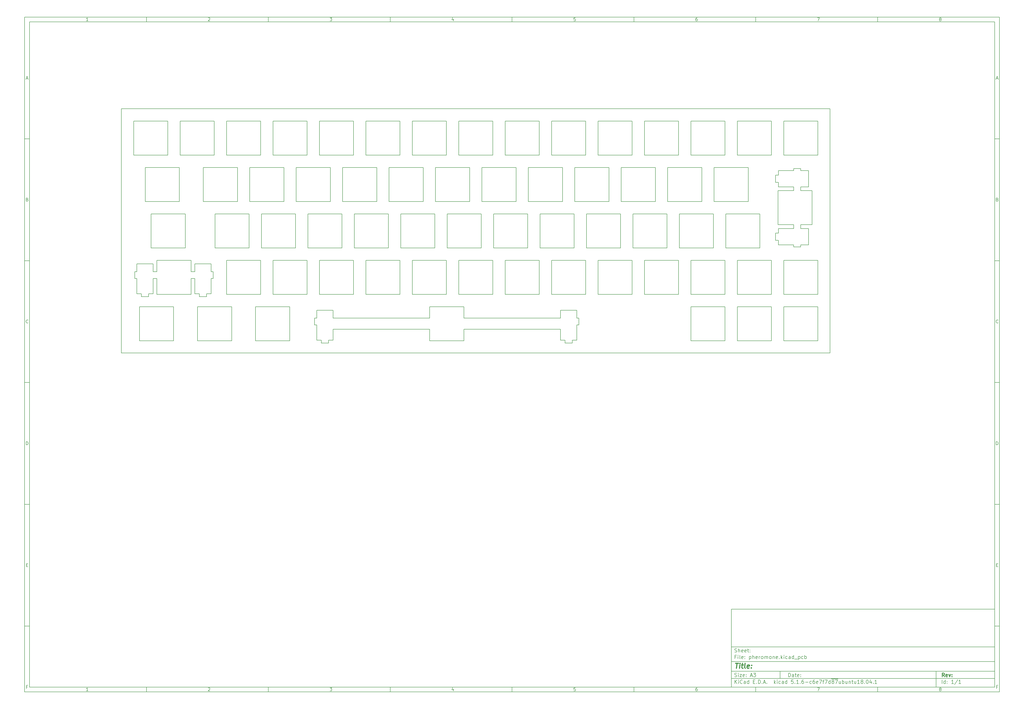
<source format=gbr>
G04 #@! TF.GenerationSoftware,KiCad,Pcbnew,5.1.6-c6e7f7d~87~ubuntu18.04.1*
G04 #@! TF.CreationDate,2020-08-29T00:17:55+02:00*
G04 #@! TF.ProjectId,pheromone,70686572-6f6d-46f6-9e65-2e6b69636164,rev?*
G04 #@! TF.SameCoordinates,Original*
G04 #@! TF.FileFunction,Other,Comment*
%FSLAX46Y46*%
G04 Gerber Fmt 4.6, Leading zero omitted, Abs format (unit mm)*
G04 Created by KiCad (PCBNEW 5.1.6-c6e7f7d~87~ubuntu18.04.1) date 2020-08-29 00:17:55*
%MOMM*%
%LPD*%
G01*
G04 APERTURE LIST*
%ADD10C,0.100000*%
%ADD11C,0.150000*%
%ADD12C,0.300000*%
%ADD13C,0.400000*%
%ADD14C,0.200000*%
G04 APERTURE END LIST*
D10*
D11*
X299989000Y-253002200D02*
X299989000Y-285002200D01*
X407989000Y-285002200D01*
X407989000Y-253002200D01*
X299989000Y-253002200D01*
D10*
D11*
X10000000Y-10000000D02*
X10000000Y-287002200D01*
X409989000Y-287002200D01*
X409989000Y-10000000D01*
X10000000Y-10000000D01*
D10*
D11*
X12000000Y-12000000D02*
X12000000Y-285002200D01*
X407989000Y-285002200D01*
X407989000Y-12000000D01*
X12000000Y-12000000D01*
D10*
D11*
X60000000Y-12000000D02*
X60000000Y-10000000D01*
D10*
D11*
X110000000Y-12000000D02*
X110000000Y-10000000D01*
D10*
D11*
X160000000Y-12000000D02*
X160000000Y-10000000D01*
D10*
D11*
X210000000Y-12000000D02*
X210000000Y-10000000D01*
D10*
D11*
X260000000Y-12000000D02*
X260000000Y-10000000D01*
D10*
D11*
X310000000Y-12000000D02*
X310000000Y-10000000D01*
D10*
D11*
X360000000Y-12000000D02*
X360000000Y-10000000D01*
D10*
D11*
X36065476Y-11588095D02*
X35322619Y-11588095D01*
X35694047Y-11588095D02*
X35694047Y-10288095D01*
X35570238Y-10473809D01*
X35446428Y-10597619D01*
X35322619Y-10659523D01*
D10*
D11*
X85322619Y-10411904D02*
X85384523Y-10350000D01*
X85508333Y-10288095D01*
X85817857Y-10288095D01*
X85941666Y-10350000D01*
X86003571Y-10411904D01*
X86065476Y-10535714D01*
X86065476Y-10659523D01*
X86003571Y-10845238D01*
X85260714Y-11588095D01*
X86065476Y-11588095D01*
D10*
D11*
X135260714Y-10288095D02*
X136065476Y-10288095D01*
X135632142Y-10783333D01*
X135817857Y-10783333D01*
X135941666Y-10845238D01*
X136003571Y-10907142D01*
X136065476Y-11030952D01*
X136065476Y-11340476D01*
X136003571Y-11464285D01*
X135941666Y-11526190D01*
X135817857Y-11588095D01*
X135446428Y-11588095D01*
X135322619Y-11526190D01*
X135260714Y-11464285D01*
D10*
D11*
X185941666Y-10721428D02*
X185941666Y-11588095D01*
X185632142Y-10226190D02*
X185322619Y-11154761D01*
X186127380Y-11154761D01*
D10*
D11*
X236003571Y-10288095D02*
X235384523Y-10288095D01*
X235322619Y-10907142D01*
X235384523Y-10845238D01*
X235508333Y-10783333D01*
X235817857Y-10783333D01*
X235941666Y-10845238D01*
X236003571Y-10907142D01*
X236065476Y-11030952D01*
X236065476Y-11340476D01*
X236003571Y-11464285D01*
X235941666Y-11526190D01*
X235817857Y-11588095D01*
X235508333Y-11588095D01*
X235384523Y-11526190D01*
X235322619Y-11464285D01*
D10*
D11*
X285941666Y-10288095D02*
X285694047Y-10288095D01*
X285570238Y-10350000D01*
X285508333Y-10411904D01*
X285384523Y-10597619D01*
X285322619Y-10845238D01*
X285322619Y-11340476D01*
X285384523Y-11464285D01*
X285446428Y-11526190D01*
X285570238Y-11588095D01*
X285817857Y-11588095D01*
X285941666Y-11526190D01*
X286003571Y-11464285D01*
X286065476Y-11340476D01*
X286065476Y-11030952D01*
X286003571Y-10907142D01*
X285941666Y-10845238D01*
X285817857Y-10783333D01*
X285570238Y-10783333D01*
X285446428Y-10845238D01*
X285384523Y-10907142D01*
X285322619Y-11030952D01*
D10*
D11*
X335260714Y-10288095D02*
X336127380Y-10288095D01*
X335570238Y-11588095D01*
D10*
D11*
X385570238Y-10845238D02*
X385446428Y-10783333D01*
X385384523Y-10721428D01*
X385322619Y-10597619D01*
X385322619Y-10535714D01*
X385384523Y-10411904D01*
X385446428Y-10350000D01*
X385570238Y-10288095D01*
X385817857Y-10288095D01*
X385941666Y-10350000D01*
X386003571Y-10411904D01*
X386065476Y-10535714D01*
X386065476Y-10597619D01*
X386003571Y-10721428D01*
X385941666Y-10783333D01*
X385817857Y-10845238D01*
X385570238Y-10845238D01*
X385446428Y-10907142D01*
X385384523Y-10969047D01*
X385322619Y-11092857D01*
X385322619Y-11340476D01*
X385384523Y-11464285D01*
X385446428Y-11526190D01*
X385570238Y-11588095D01*
X385817857Y-11588095D01*
X385941666Y-11526190D01*
X386003571Y-11464285D01*
X386065476Y-11340476D01*
X386065476Y-11092857D01*
X386003571Y-10969047D01*
X385941666Y-10907142D01*
X385817857Y-10845238D01*
D10*
D11*
X60000000Y-285002200D02*
X60000000Y-287002200D01*
D10*
D11*
X110000000Y-285002200D02*
X110000000Y-287002200D01*
D10*
D11*
X160000000Y-285002200D02*
X160000000Y-287002200D01*
D10*
D11*
X210000000Y-285002200D02*
X210000000Y-287002200D01*
D10*
D11*
X260000000Y-285002200D02*
X260000000Y-287002200D01*
D10*
D11*
X310000000Y-285002200D02*
X310000000Y-287002200D01*
D10*
D11*
X360000000Y-285002200D02*
X360000000Y-287002200D01*
D10*
D11*
X36065476Y-286590295D02*
X35322619Y-286590295D01*
X35694047Y-286590295D02*
X35694047Y-285290295D01*
X35570238Y-285476009D01*
X35446428Y-285599819D01*
X35322619Y-285661723D01*
D10*
D11*
X85322619Y-285414104D02*
X85384523Y-285352200D01*
X85508333Y-285290295D01*
X85817857Y-285290295D01*
X85941666Y-285352200D01*
X86003571Y-285414104D01*
X86065476Y-285537914D01*
X86065476Y-285661723D01*
X86003571Y-285847438D01*
X85260714Y-286590295D01*
X86065476Y-286590295D01*
D10*
D11*
X135260714Y-285290295D02*
X136065476Y-285290295D01*
X135632142Y-285785533D01*
X135817857Y-285785533D01*
X135941666Y-285847438D01*
X136003571Y-285909342D01*
X136065476Y-286033152D01*
X136065476Y-286342676D01*
X136003571Y-286466485D01*
X135941666Y-286528390D01*
X135817857Y-286590295D01*
X135446428Y-286590295D01*
X135322619Y-286528390D01*
X135260714Y-286466485D01*
D10*
D11*
X185941666Y-285723628D02*
X185941666Y-286590295D01*
X185632142Y-285228390D02*
X185322619Y-286156961D01*
X186127380Y-286156961D01*
D10*
D11*
X236003571Y-285290295D02*
X235384523Y-285290295D01*
X235322619Y-285909342D01*
X235384523Y-285847438D01*
X235508333Y-285785533D01*
X235817857Y-285785533D01*
X235941666Y-285847438D01*
X236003571Y-285909342D01*
X236065476Y-286033152D01*
X236065476Y-286342676D01*
X236003571Y-286466485D01*
X235941666Y-286528390D01*
X235817857Y-286590295D01*
X235508333Y-286590295D01*
X235384523Y-286528390D01*
X235322619Y-286466485D01*
D10*
D11*
X285941666Y-285290295D02*
X285694047Y-285290295D01*
X285570238Y-285352200D01*
X285508333Y-285414104D01*
X285384523Y-285599819D01*
X285322619Y-285847438D01*
X285322619Y-286342676D01*
X285384523Y-286466485D01*
X285446428Y-286528390D01*
X285570238Y-286590295D01*
X285817857Y-286590295D01*
X285941666Y-286528390D01*
X286003571Y-286466485D01*
X286065476Y-286342676D01*
X286065476Y-286033152D01*
X286003571Y-285909342D01*
X285941666Y-285847438D01*
X285817857Y-285785533D01*
X285570238Y-285785533D01*
X285446428Y-285847438D01*
X285384523Y-285909342D01*
X285322619Y-286033152D01*
D10*
D11*
X335260714Y-285290295D02*
X336127380Y-285290295D01*
X335570238Y-286590295D01*
D10*
D11*
X385570238Y-285847438D02*
X385446428Y-285785533D01*
X385384523Y-285723628D01*
X385322619Y-285599819D01*
X385322619Y-285537914D01*
X385384523Y-285414104D01*
X385446428Y-285352200D01*
X385570238Y-285290295D01*
X385817857Y-285290295D01*
X385941666Y-285352200D01*
X386003571Y-285414104D01*
X386065476Y-285537914D01*
X386065476Y-285599819D01*
X386003571Y-285723628D01*
X385941666Y-285785533D01*
X385817857Y-285847438D01*
X385570238Y-285847438D01*
X385446428Y-285909342D01*
X385384523Y-285971247D01*
X385322619Y-286095057D01*
X385322619Y-286342676D01*
X385384523Y-286466485D01*
X385446428Y-286528390D01*
X385570238Y-286590295D01*
X385817857Y-286590295D01*
X385941666Y-286528390D01*
X386003571Y-286466485D01*
X386065476Y-286342676D01*
X386065476Y-286095057D01*
X386003571Y-285971247D01*
X385941666Y-285909342D01*
X385817857Y-285847438D01*
D10*
D11*
X10000000Y-60000000D02*
X12000000Y-60000000D01*
D10*
D11*
X10000000Y-110000000D02*
X12000000Y-110000000D01*
D10*
D11*
X10000000Y-160000000D02*
X12000000Y-160000000D01*
D10*
D11*
X10000000Y-210000000D02*
X12000000Y-210000000D01*
D10*
D11*
X10000000Y-260000000D02*
X12000000Y-260000000D01*
D10*
D11*
X10690476Y-35216666D02*
X11309523Y-35216666D01*
X10566666Y-35588095D02*
X11000000Y-34288095D01*
X11433333Y-35588095D01*
D10*
D11*
X11092857Y-84907142D02*
X11278571Y-84969047D01*
X11340476Y-85030952D01*
X11402380Y-85154761D01*
X11402380Y-85340476D01*
X11340476Y-85464285D01*
X11278571Y-85526190D01*
X11154761Y-85588095D01*
X10659523Y-85588095D01*
X10659523Y-84288095D01*
X11092857Y-84288095D01*
X11216666Y-84350000D01*
X11278571Y-84411904D01*
X11340476Y-84535714D01*
X11340476Y-84659523D01*
X11278571Y-84783333D01*
X11216666Y-84845238D01*
X11092857Y-84907142D01*
X10659523Y-84907142D01*
D10*
D11*
X11402380Y-135464285D02*
X11340476Y-135526190D01*
X11154761Y-135588095D01*
X11030952Y-135588095D01*
X10845238Y-135526190D01*
X10721428Y-135402380D01*
X10659523Y-135278571D01*
X10597619Y-135030952D01*
X10597619Y-134845238D01*
X10659523Y-134597619D01*
X10721428Y-134473809D01*
X10845238Y-134350000D01*
X11030952Y-134288095D01*
X11154761Y-134288095D01*
X11340476Y-134350000D01*
X11402380Y-134411904D01*
D10*
D11*
X10659523Y-185588095D02*
X10659523Y-184288095D01*
X10969047Y-184288095D01*
X11154761Y-184350000D01*
X11278571Y-184473809D01*
X11340476Y-184597619D01*
X11402380Y-184845238D01*
X11402380Y-185030952D01*
X11340476Y-185278571D01*
X11278571Y-185402380D01*
X11154761Y-185526190D01*
X10969047Y-185588095D01*
X10659523Y-185588095D01*
D10*
D11*
X10721428Y-234907142D02*
X11154761Y-234907142D01*
X11340476Y-235588095D02*
X10721428Y-235588095D01*
X10721428Y-234288095D01*
X11340476Y-234288095D01*
D10*
D11*
X11185714Y-284907142D02*
X10752380Y-284907142D01*
X10752380Y-285588095D02*
X10752380Y-284288095D01*
X11371428Y-284288095D01*
D10*
D11*
X409989000Y-60000000D02*
X407989000Y-60000000D01*
D10*
D11*
X409989000Y-110000000D02*
X407989000Y-110000000D01*
D10*
D11*
X409989000Y-160000000D02*
X407989000Y-160000000D01*
D10*
D11*
X409989000Y-210000000D02*
X407989000Y-210000000D01*
D10*
D11*
X409989000Y-260000000D02*
X407989000Y-260000000D01*
D10*
D11*
X408679476Y-35216666D02*
X409298523Y-35216666D01*
X408555666Y-35588095D02*
X408989000Y-34288095D01*
X409422333Y-35588095D01*
D10*
D11*
X409081857Y-84907142D02*
X409267571Y-84969047D01*
X409329476Y-85030952D01*
X409391380Y-85154761D01*
X409391380Y-85340476D01*
X409329476Y-85464285D01*
X409267571Y-85526190D01*
X409143761Y-85588095D01*
X408648523Y-85588095D01*
X408648523Y-84288095D01*
X409081857Y-84288095D01*
X409205666Y-84350000D01*
X409267571Y-84411904D01*
X409329476Y-84535714D01*
X409329476Y-84659523D01*
X409267571Y-84783333D01*
X409205666Y-84845238D01*
X409081857Y-84907142D01*
X408648523Y-84907142D01*
D10*
D11*
X409391380Y-135464285D02*
X409329476Y-135526190D01*
X409143761Y-135588095D01*
X409019952Y-135588095D01*
X408834238Y-135526190D01*
X408710428Y-135402380D01*
X408648523Y-135278571D01*
X408586619Y-135030952D01*
X408586619Y-134845238D01*
X408648523Y-134597619D01*
X408710428Y-134473809D01*
X408834238Y-134350000D01*
X409019952Y-134288095D01*
X409143761Y-134288095D01*
X409329476Y-134350000D01*
X409391380Y-134411904D01*
D10*
D11*
X408648523Y-185588095D02*
X408648523Y-184288095D01*
X408958047Y-184288095D01*
X409143761Y-184350000D01*
X409267571Y-184473809D01*
X409329476Y-184597619D01*
X409391380Y-184845238D01*
X409391380Y-185030952D01*
X409329476Y-185278571D01*
X409267571Y-185402380D01*
X409143761Y-185526190D01*
X408958047Y-185588095D01*
X408648523Y-185588095D01*
D10*
D11*
X408710428Y-234907142D02*
X409143761Y-234907142D01*
X409329476Y-235588095D02*
X408710428Y-235588095D01*
X408710428Y-234288095D01*
X409329476Y-234288095D01*
D10*
D11*
X409174714Y-284907142D02*
X408741380Y-284907142D01*
X408741380Y-285588095D02*
X408741380Y-284288095D01*
X409360428Y-284288095D01*
D10*
D11*
X323421142Y-280780771D02*
X323421142Y-279280771D01*
X323778285Y-279280771D01*
X323992571Y-279352200D01*
X324135428Y-279495057D01*
X324206857Y-279637914D01*
X324278285Y-279923628D01*
X324278285Y-280137914D01*
X324206857Y-280423628D01*
X324135428Y-280566485D01*
X323992571Y-280709342D01*
X323778285Y-280780771D01*
X323421142Y-280780771D01*
X325564000Y-280780771D02*
X325564000Y-279995057D01*
X325492571Y-279852200D01*
X325349714Y-279780771D01*
X325064000Y-279780771D01*
X324921142Y-279852200D01*
X325564000Y-280709342D02*
X325421142Y-280780771D01*
X325064000Y-280780771D01*
X324921142Y-280709342D01*
X324849714Y-280566485D01*
X324849714Y-280423628D01*
X324921142Y-280280771D01*
X325064000Y-280209342D01*
X325421142Y-280209342D01*
X325564000Y-280137914D01*
X326064000Y-279780771D02*
X326635428Y-279780771D01*
X326278285Y-279280771D02*
X326278285Y-280566485D01*
X326349714Y-280709342D01*
X326492571Y-280780771D01*
X326635428Y-280780771D01*
X327706857Y-280709342D02*
X327564000Y-280780771D01*
X327278285Y-280780771D01*
X327135428Y-280709342D01*
X327064000Y-280566485D01*
X327064000Y-279995057D01*
X327135428Y-279852200D01*
X327278285Y-279780771D01*
X327564000Y-279780771D01*
X327706857Y-279852200D01*
X327778285Y-279995057D01*
X327778285Y-280137914D01*
X327064000Y-280280771D01*
X328421142Y-280637914D02*
X328492571Y-280709342D01*
X328421142Y-280780771D01*
X328349714Y-280709342D01*
X328421142Y-280637914D01*
X328421142Y-280780771D01*
X328421142Y-279852200D02*
X328492571Y-279923628D01*
X328421142Y-279995057D01*
X328349714Y-279923628D01*
X328421142Y-279852200D01*
X328421142Y-279995057D01*
D10*
D11*
X299989000Y-281502200D02*
X407989000Y-281502200D01*
D10*
D11*
X301421142Y-283580771D02*
X301421142Y-282080771D01*
X302278285Y-283580771D02*
X301635428Y-282723628D01*
X302278285Y-282080771D02*
X301421142Y-282937914D01*
X302921142Y-283580771D02*
X302921142Y-282580771D01*
X302921142Y-282080771D02*
X302849714Y-282152200D01*
X302921142Y-282223628D01*
X302992571Y-282152200D01*
X302921142Y-282080771D01*
X302921142Y-282223628D01*
X304492571Y-283437914D02*
X304421142Y-283509342D01*
X304206857Y-283580771D01*
X304064000Y-283580771D01*
X303849714Y-283509342D01*
X303706857Y-283366485D01*
X303635428Y-283223628D01*
X303564000Y-282937914D01*
X303564000Y-282723628D01*
X303635428Y-282437914D01*
X303706857Y-282295057D01*
X303849714Y-282152200D01*
X304064000Y-282080771D01*
X304206857Y-282080771D01*
X304421142Y-282152200D01*
X304492571Y-282223628D01*
X305778285Y-283580771D02*
X305778285Y-282795057D01*
X305706857Y-282652200D01*
X305564000Y-282580771D01*
X305278285Y-282580771D01*
X305135428Y-282652200D01*
X305778285Y-283509342D02*
X305635428Y-283580771D01*
X305278285Y-283580771D01*
X305135428Y-283509342D01*
X305064000Y-283366485D01*
X305064000Y-283223628D01*
X305135428Y-283080771D01*
X305278285Y-283009342D01*
X305635428Y-283009342D01*
X305778285Y-282937914D01*
X307135428Y-283580771D02*
X307135428Y-282080771D01*
X307135428Y-283509342D02*
X306992571Y-283580771D01*
X306706857Y-283580771D01*
X306564000Y-283509342D01*
X306492571Y-283437914D01*
X306421142Y-283295057D01*
X306421142Y-282866485D01*
X306492571Y-282723628D01*
X306564000Y-282652200D01*
X306706857Y-282580771D01*
X306992571Y-282580771D01*
X307135428Y-282652200D01*
X308992571Y-282795057D02*
X309492571Y-282795057D01*
X309706857Y-283580771D02*
X308992571Y-283580771D01*
X308992571Y-282080771D01*
X309706857Y-282080771D01*
X310349714Y-283437914D02*
X310421142Y-283509342D01*
X310349714Y-283580771D01*
X310278285Y-283509342D01*
X310349714Y-283437914D01*
X310349714Y-283580771D01*
X311064000Y-283580771D02*
X311064000Y-282080771D01*
X311421142Y-282080771D01*
X311635428Y-282152200D01*
X311778285Y-282295057D01*
X311849714Y-282437914D01*
X311921142Y-282723628D01*
X311921142Y-282937914D01*
X311849714Y-283223628D01*
X311778285Y-283366485D01*
X311635428Y-283509342D01*
X311421142Y-283580771D01*
X311064000Y-283580771D01*
X312564000Y-283437914D02*
X312635428Y-283509342D01*
X312564000Y-283580771D01*
X312492571Y-283509342D01*
X312564000Y-283437914D01*
X312564000Y-283580771D01*
X313206857Y-283152200D02*
X313921142Y-283152200D01*
X313064000Y-283580771D02*
X313564000Y-282080771D01*
X314064000Y-283580771D01*
X314564000Y-283437914D02*
X314635428Y-283509342D01*
X314564000Y-283580771D01*
X314492571Y-283509342D01*
X314564000Y-283437914D01*
X314564000Y-283580771D01*
X317564000Y-283580771D02*
X317564000Y-282080771D01*
X317706857Y-283009342D02*
X318135428Y-283580771D01*
X318135428Y-282580771D02*
X317564000Y-283152200D01*
X318778285Y-283580771D02*
X318778285Y-282580771D01*
X318778285Y-282080771D02*
X318706857Y-282152200D01*
X318778285Y-282223628D01*
X318849714Y-282152200D01*
X318778285Y-282080771D01*
X318778285Y-282223628D01*
X320135428Y-283509342D02*
X319992571Y-283580771D01*
X319706857Y-283580771D01*
X319564000Y-283509342D01*
X319492571Y-283437914D01*
X319421142Y-283295057D01*
X319421142Y-282866485D01*
X319492571Y-282723628D01*
X319564000Y-282652200D01*
X319706857Y-282580771D01*
X319992571Y-282580771D01*
X320135428Y-282652200D01*
X321421142Y-283580771D02*
X321421142Y-282795057D01*
X321349714Y-282652200D01*
X321206857Y-282580771D01*
X320921142Y-282580771D01*
X320778285Y-282652200D01*
X321421142Y-283509342D02*
X321278285Y-283580771D01*
X320921142Y-283580771D01*
X320778285Y-283509342D01*
X320706857Y-283366485D01*
X320706857Y-283223628D01*
X320778285Y-283080771D01*
X320921142Y-283009342D01*
X321278285Y-283009342D01*
X321421142Y-282937914D01*
X322778285Y-283580771D02*
X322778285Y-282080771D01*
X322778285Y-283509342D02*
X322635428Y-283580771D01*
X322349714Y-283580771D01*
X322206857Y-283509342D01*
X322135428Y-283437914D01*
X322064000Y-283295057D01*
X322064000Y-282866485D01*
X322135428Y-282723628D01*
X322206857Y-282652200D01*
X322349714Y-282580771D01*
X322635428Y-282580771D01*
X322778285Y-282652200D01*
X325349714Y-282080771D02*
X324635428Y-282080771D01*
X324564000Y-282795057D01*
X324635428Y-282723628D01*
X324778285Y-282652200D01*
X325135428Y-282652200D01*
X325278285Y-282723628D01*
X325349714Y-282795057D01*
X325421142Y-282937914D01*
X325421142Y-283295057D01*
X325349714Y-283437914D01*
X325278285Y-283509342D01*
X325135428Y-283580771D01*
X324778285Y-283580771D01*
X324635428Y-283509342D01*
X324564000Y-283437914D01*
X326064000Y-283437914D02*
X326135428Y-283509342D01*
X326064000Y-283580771D01*
X325992571Y-283509342D01*
X326064000Y-283437914D01*
X326064000Y-283580771D01*
X327564000Y-283580771D02*
X326706857Y-283580771D01*
X327135428Y-283580771D02*
X327135428Y-282080771D01*
X326992571Y-282295057D01*
X326849714Y-282437914D01*
X326706857Y-282509342D01*
X328206857Y-283437914D02*
X328278285Y-283509342D01*
X328206857Y-283580771D01*
X328135428Y-283509342D01*
X328206857Y-283437914D01*
X328206857Y-283580771D01*
X329564000Y-282080771D02*
X329278285Y-282080771D01*
X329135428Y-282152200D01*
X329064000Y-282223628D01*
X328921142Y-282437914D01*
X328849714Y-282723628D01*
X328849714Y-283295057D01*
X328921142Y-283437914D01*
X328992571Y-283509342D01*
X329135428Y-283580771D01*
X329421142Y-283580771D01*
X329564000Y-283509342D01*
X329635428Y-283437914D01*
X329706857Y-283295057D01*
X329706857Y-282937914D01*
X329635428Y-282795057D01*
X329564000Y-282723628D01*
X329421142Y-282652200D01*
X329135428Y-282652200D01*
X328992571Y-282723628D01*
X328921142Y-282795057D01*
X328849714Y-282937914D01*
X330349714Y-283009342D02*
X331492571Y-283009342D01*
X332849714Y-283509342D02*
X332706857Y-283580771D01*
X332421142Y-283580771D01*
X332278285Y-283509342D01*
X332206857Y-283437914D01*
X332135428Y-283295057D01*
X332135428Y-282866485D01*
X332206857Y-282723628D01*
X332278285Y-282652200D01*
X332421142Y-282580771D01*
X332706857Y-282580771D01*
X332849714Y-282652200D01*
X334135428Y-282080771D02*
X333849714Y-282080771D01*
X333706857Y-282152200D01*
X333635428Y-282223628D01*
X333492571Y-282437914D01*
X333421142Y-282723628D01*
X333421142Y-283295057D01*
X333492571Y-283437914D01*
X333564000Y-283509342D01*
X333706857Y-283580771D01*
X333992571Y-283580771D01*
X334135428Y-283509342D01*
X334206857Y-283437914D01*
X334278285Y-283295057D01*
X334278285Y-282937914D01*
X334206857Y-282795057D01*
X334135428Y-282723628D01*
X333992571Y-282652200D01*
X333706857Y-282652200D01*
X333564000Y-282723628D01*
X333492571Y-282795057D01*
X333421142Y-282937914D01*
X335492571Y-283509342D02*
X335349714Y-283580771D01*
X335064000Y-283580771D01*
X334921142Y-283509342D01*
X334849714Y-283366485D01*
X334849714Y-282795057D01*
X334921142Y-282652200D01*
X335064000Y-282580771D01*
X335349714Y-282580771D01*
X335492571Y-282652200D01*
X335564000Y-282795057D01*
X335564000Y-282937914D01*
X334849714Y-283080771D01*
X336064000Y-282080771D02*
X337064000Y-282080771D01*
X336421142Y-283580771D01*
X337421142Y-282580771D02*
X337992571Y-282580771D01*
X337635428Y-283580771D02*
X337635428Y-282295057D01*
X337706857Y-282152200D01*
X337849714Y-282080771D01*
X337992571Y-282080771D01*
X338349714Y-282080771D02*
X339349714Y-282080771D01*
X338706857Y-283580771D01*
X340564000Y-283580771D02*
X340564000Y-282080771D01*
X340564000Y-283509342D02*
X340421142Y-283580771D01*
X340135428Y-283580771D01*
X339992571Y-283509342D01*
X339921142Y-283437914D01*
X339849714Y-283295057D01*
X339849714Y-282866485D01*
X339921142Y-282723628D01*
X339992571Y-282652200D01*
X340135428Y-282580771D01*
X340421142Y-282580771D01*
X340564000Y-282652200D01*
X340921142Y-281672200D02*
X342349714Y-281672200D01*
X341492571Y-282723628D02*
X341349714Y-282652200D01*
X341278285Y-282580771D01*
X341206857Y-282437914D01*
X341206857Y-282366485D01*
X341278285Y-282223628D01*
X341349714Y-282152200D01*
X341492571Y-282080771D01*
X341778285Y-282080771D01*
X341921142Y-282152200D01*
X341992571Y-282223628D01*
X342064000Y-282366485D01*
X342064000Y-282437914D01*
X341992571Y-282580771D01*
X341921142Y-282652200D01*
X341778285Y-282723628D01*
X341492571Y-282723628D01*
X341349714Y-282795057D01*
X341278285Y-282866485D01*
X341206857Y-283009342D01*
X341206857Y-283295057D01*
X341278285Y-283437914D01*
X341349714Y-283509342D01*
X341492571Y-283580771D01*
X341778285Y-283580771D01*
X341921142Y-283509342D01*
X341992571Y-283437914D01*
X342064000Y-283295057D01*
X342064000Y-283009342D01*
X341992571Y-282866485D01*
X341921142Y-282795057D01*
X341778285Y-282723628D01*
X342349714Y-281672200D02*
X343778285Y-281672200D01*
X342564000Y-282080771D02*
X343564000Y-282080771D01*
X342921142Y-283580771D01*
X344778285Y-282580771D02*
X344778285Y-283580771D01*
X344135428Y-282580771D02*
X344135428Y-283366485D01*
X344206857Y-283509342D01*
X344349714Y-283580771D01*
X344564000Y-283580771D01*
X344706857Y-283509342D01*
X344778285Y-283437914D01*
X345492571Y-283580771D02*
X345492571Y-282080771D01*
X345492571Y-282652200D02*
X345635428Y-282580771D01*
X345921142Y-282580771D01*
X346064000Y-282652200D01*
X346135428Y-282723628D01*
X346206857Y-282866485D01*
X346206857Y-283295057D01*
X346135428Y-283437914D01*
X346064000Y-283509342D01*
X345921142Y-283580771D01*
X345635428Y-283580771D01*
X345492571Y-283509342D01*
X347492571Y-282580771D02*
X347492571Y-283580771D01*
X346849714Y-282580771D02*
X346849714Y-283366485D01*
X346921142Y-283509342D01*
X347064000Y-283580771D01*
X347278285Y-283580771D01*
X347421142Y-283509342D01*
X347492571Y-283437914D01*
X348206857Y-282580771D02*
X348206857Y-283580771D01*
X348206857Y-282723628D02*
X348278285Y-282652200D01*
X348421142Y-282580771D01*
X348635428Y-282580771D01*
X348778285Y-282652200D01*
X348849714Y-282795057D01*
X348849714Y-283580771D01*
X349349714Y-282580771D02*
X349921142Y-282580771D01*
X349564000Y-282080771D02*
X349564000Y-283366485D01*
X349635428Y-283509342D01*
X349778285Y-283580771D01*
X349921142Y-283580771D01*
X351064000Y-282580771D02*
X351064000Y-283580771D01*
X350421142Y-282580771D02*
X350421142Y-283366485D01*
X350492571Y-283509342D01*
X350635428Y-283580771D01*
X350849714Y-283580771D01*
X350992571Y-283509342D01*
X351064000Y-283437914D01*
X352564000Y-283580771D02*
X351706857Y-283580771D01*
X352135428Y-283580771D02*
X352135428Y-282080771D01*
X351992571Y-282295057D01*
X351849714Y-282437914D01*
X351706857Y-282509342D01*
X353421142Y-282723628D02*
X353278285Y-282652200D01*
X353206857Y-282580771D01*
X353135428Y-282437914D01*
X353135428Y-282366485D01*
X353206857Y-282223628D01*
X353278285Y-282152200D01*
X353421142Y-282080771D01*
X353706857Y-282080771D01*
X353849714Y-282152200D01*
X353921142Y-282223628D01*
X353992571Y-282366485D01*
X353992571Y-282437914D01*
X353921142Y-282580771D01*
X353849714Y-282652200D01*
X353706857Y-282723628D01*
X353421142Y-282723628D01*
X353278285Y-282795057D01*
X353206857Y-282866485D01*
X353135428Y-283009342D01*
X353135428Y-283295057D01*
X353206857Y-283437914D01*
X353278285Y-283509342D01*
X353421142Y-283580771D01*
X353706857Y-283580771D01*
X353849714Y-283509342D01*
X353921142Y-283437914D01*
X353992571Y-283295057D01*
X353992571Y-283009342D01*
X353921142Y-282866485D01*
X353849714Y-282795057D01*
X353706857Y-282723628D01*
X354635428Y-283437914D02*
X354706857Y-283509342D01*
X354635428Y-283580771D01*
X354564000Y-283509342D01*
X354635428Y-283437914D01*
X354635428Y-283580771D01*
X355635428Y-282080771D02*
X355778285Y-282080771D01*
X355921142Y-282152200D01*
X355992571Y-282223628D01*
X356064000Y-282366485D01*
X356135428Y-282652200D01*
X356135428Y-283009342D01*
X356064000Y-283295057D01*
X355992571Y-283437914D01*
X355921142Y-283509342D01*
X355778285Y-283580771D01*
X355635428Y-283580771D01*
X355492571Y-283509342D01*
X355421142Y-283437914D01*
X355349714Y-283295057D01*
X355278285Y-283009342D01*
X355278285Y-282652200D01*
X355349714Y-282366485D01*
X355421142Y-282223628D01*
X355492571Y-282152200D01*
X355635428Y-282080771D01*
X357421142Y-282580771D02*
X357421142Y-283580771D01*
X357064000Y-282009342D02*
X356706857Y-283080771D01*
X357635428Y-283080771D01*
X358206857Y-283437914D02*
X358278285Y-283509342D01*
X358206857Y-283580771D01*
X358135428Y-283509342D01*
X358206857Y-283437914D01*
X358206857Y-283580771D01*
X359706857Y-283580771D02*
X358849714Y-283580771D01*
X359278285Y-283580771D02*
X359278285Y-282080771D01*
X359135428Y-282295057D01*
X358992571Y-282437914D01*
X358849714Y-282509342D01*
D10*
D11*
X299989000Y-278502200D02*
X407989000Y-278502200D01*
D10*
D12*
X387398285Y-280780771D02*
X386898285Y-280066485D01*
X386541142Y-280780771D02*
X386541142Y-279280771D01*
X387112571Y-279280771D01*
X387255428Y-279352200D01*
X387326857Y-279423628D01*
X387398285Y-279566485D01*
X387398285Y-279780771D01*
X387326857Y-279923628D01*
X387255428Y-279995057D01*
X387112571Y-280066485D01*
X386541142Y-280066485D01*
X388612571Y-280709342D02*
X388469714Y-280780771D01*
X388184000Y-280780771D01*
X388041142Y-280709342D01*
X387969714Y-280566485D01*
X387969714Y-279995057D01*
X388041142Y-279852200D01*
X388184000Y-279780771D01*
X388469714Y-279780771D01*
X388612571Y-279852200D01*
X388684000Y-279995057D01*
X388684000Y-280137914D01*
X387969714Y-280280771D01*
X389184000Y-279780771D02*
X389541142Y-280780771D01*
X389898285Y-279780771D01*
X390469714Y-280637914D02*
X390541142Y-280709342D01*
X390469714Y-280780771D01*
X390398285Y-280709342D01*
X390469714Y-280637914D01*
X390469714Y-280780771D01*
X390469714Y-279852200D02*
X390541142Y-279923628D01*
X390469714Y-279995057D01*
X390398285Y-279923628D01*
X390469714Y-279852200D01*
X390469714Y-279995057D01*
D10*
D11*
X301349714Y-280709342D02*
X301564000Y-280780771D01*
X301921142Y-280780771D01*
X302064000Y-280709342D01*
X302135428Y-280637914D01*
X302206857Y-280495057D01*
X302206857Y-280352200D01*
X302135428Y-280209342D01*
X302064000Y-280137914D01*
X301921142Y-280066485D01*
X301635428Y-279995057D01*
X301492571Y-279923628D01*
X301421142Y-279852200D01*
X301349714Y-279709342D01*
X301349714Y-279566485D01*
X301421142Y-279423628D01*
X301492571Y-279352200D01*
X301635428Y-279280771D01*
X301992571Y-279280771D01*
X302206857Y-279352200D01*
X302849714Y-280780771D02*
X302849714Y-279780771D01*
X302849714Y-279280771D02*
X302778285Y-279352200D01*
X302849714Y-279423628D01*
X302921142Y-279352200D01*
X302849714Y-279280771D01*
X302849714Y-279423628D01*
X303421142Y-279780771D02*
X304206857Y-279780771D01*
X303421142Y-280780771D01*
X304206857Y-280780771D01*
X305349714Y-280709342D02*
X305206857Y-280780771D01*
X304921142Y-280780771D01*
X304778285Y-280709342D01*
X304706857Y-280566485D01*
X304706857Y-279995057D01*
X304778285Y-279852200D01*
X304921142Y-279780771D01*
X305206857Y-279780771D01*
X305349714Y-279852200D01*
X305421142Y-279995057D01*
X305421142Y-280137914D01*
X304706857Y-280280771D01*
X306064000Y-280637914D02*
X306135428Y-280709342D01*
X306064000Y-280780771D01*
X305992571Y-280709342D01*
X306064000Y-280637914D01*
X306064000Y-280780771D01*
X306064000Y-279852200D02*
X306135428Y-279923628D01*
X306064000Y-279995057D01*
X305992571Y-279923628D01*
X306064000Y-279852200D01*
X306064000Y-279995057D01*
X307849714Y-280352200D02*
X308564000Y-280352200D01*
X307706857Y-280780771D02*
X308206857Y-279280771D01*
X308706857Y-280780771D01*
X309064000Y-279280771D02*
X309992571Y-279280771D01*
X309492571Y-279852200D01*
X309706857Y-279852200D01*
X309849714Y-279923628D01*
X309921142Y-279995057D01*
X309992571Y-280137914D01*
X309992571Y-280495057D01*
X309921142Y-280637914D01*
X309849714Y-280709342D01*
X309706857Y-280780771D01*
X309278285Y-280780771D01*
X309135428Y-280709342D01*
X309064000Y-280637914D01*
D10*
D11*
X386421142Y-283580771D02*
X386421142Y-282080771D01*
X387778285Y-283580771D02*
X387778285Y-282080771D01*
X387778285Y-283509342D02*
X387635428Y-283580771D01*
X387349714Y-283580771D01*
X387206857Y-283509342D01*
X387135428Y-283437914D01*
X387064000Y-283295057D01*
X387064000Y-282866485D01*
X387135428Y-282723628D01*
X387206857Y-282652200D01*
X387349714Y-282580771D01*
X387635428Y-282580771D01*
X387778285Y-282652200D01*
X388492571Y-283437914D02*
X388564000Y-283509342D01*
X388492571Y-283580771D01*
X388421142Y-283509342D01*
X388492571Y-283437914D01*
X388492571Y-283580771D01*
X388492571Y-282652200D02*
X388564000Y-282723628D01*
X388492571Y-282795057D01*
X388421142Y-282723628D01*
X388492571Y-282652200D01*
X388492571Y-282795057D01*
X391135428Y-283580771D02*
X390278285Y-283580771D01*
X390706857Y-283580771D02*
X390706857Y-282080771D01*
X390564000Y-282295057D01*
X390421142Y-282437914D01*
X390278285Y-282509342D01*
X392849714Y-282009342D02*
X391564000Y-283937914D01*
X394135428Y-283580771D02*
X393278285Y-283580771D01*
X393706857Y-283580771D02*
X393706857Y-282080771D01*
X393564000Y-282295057D01*
X393421142Y-282437914D01*
X393278285Y-282509342D01*
D10*
D11*
X299989000Y-274502200D02*
X407989000Y-274502200D01*
D10*
D13*
X301701380Y-275206961D02*
X302844238Y-275206961D01*
X302022809Y-277206961D02*
X302272809Y-275206961D01*
X303260904Y-277206961D02*
X303427571Y-275873628D01*
X303510904Y-275206961D02*
X303403761Y-275302200D01*
X303487095Y-275397438D01*
X303594238Y-275302200D01*
X303510904Y-275206961D01*
X303487095Y-275397438D01*
X304094238Y-275873628D02*
X304856142Y-275873628D01*
X304463285Y-275206961D02*
X304249000Y-276921247D01*
X304320428Y-277111723D01*
X304499000Y-277206961D01*
X304689476Y-277206961D01*
X305641857Y-277206961D02*
X305463285Y-277111723D01*
X305391857Y-276921247D01*
X305606142Y-275206961D01*
X307177571Y-277111723D02*
X306975190Y-277206961D01*
X306594238Y-277206961D01*
X306415666Y-277111723D01*
X306344238Y-276921247D01*
X306439476Y-276159342D01*
X306558523Y-275968866D01*
X306760904Y-275873628D01*
X307141857Y-275873628D01*
X307320428Y-275968866D01*
X307391857Y-276159342D01*
X307368047Y-276349819D01*
X306391857Y-276540295D01*
X308141857Y-277016485D02*
X308225190Y-277111723D01*
X308118047Y-277206961D01*
X308034714Y-277111723D01*
X308141857Y-277016485D01*
X308118047Y-277206961D01*
X308272809Y-275968866D02*
X308356142Y-276064104D01*
X308249000Y-276159342D01*
X308165666Y-276064104D01*
X308272809Y-275968866D01*
X308249000Y-276159342D01*
D10*
D11*
X301921142Y-272595057D02*
X301421142Y-272595057D01*
X301421142Y-273380771D02*
X301421142Y-271880771D01*
X302135428Y-271880771D01*
X302706857Y-273380771D02*
X302706857Y-272380771D01*
X302706857Y-271880771D02*
X302635428Y-271952200D01*
X302706857Y-272023628D01*
X302778285Y-271952200D01*
X302706857Y-271880771D01*
X302706857Y-272023628D01*
X303635428Y-273380771D02*
X303492571Y-273309342D01*
X303421142Y-273166485D01*
X303421142Y-271880771D01*
X304778285Y-273309342D02*
X304635428Y-273380771D01*
X304349714Y-273380771D01*
X304206857Y-273309342D01*
X304135428Y-273166485D01*
X304135428Y-272595057D01*
X304206857Y-272452200D01*
X304349714Y-272380771D01*
X304635428Y-272380771D01*
X304778285Y-272452200D01*
X304849714Y-272595057D01*
X304849714Y-272737914D01*
X304135428Y-272880771D01*
X305492571Y-273237914D02*
X305564000Y-273309342D01*
X305492571Y-273380771D01*
X305421142Y-273309342D01*
X305492571Y-273237914D01*
X305492571Y-273380771D01*
X305492571Y-272452200D02*
X305564000Y-272523628D01*
X305492571Y-272595057D01*
X305421142Y-272523628D01*
X305492571Y-272452200D01*
X305492571Y-272595057D01*
X307349714Y-272380771D02*
X307349714Y-273880771D01*
X307349714Y-272452200D02*
X307492571Y-272380771D01*
X307778285Y-272380771D01*
X307921142Y-272452200D01*
X307992571Y-272523628D01*
X308064000Y-272666485D01*
X308064000Y-273095057D01*
X307992571Y-273237914D01*
X307921142Y-273309342D01*
X307778285Y-273380771D01*
X307492571Y-273380771D01*
X307349714Y-273309342D01*
X308706857Y-273380771D02*
X308706857Y-271880771D01*
X309349714Y-273380771D02*
X309349714Y-272595057D01*
X309278285Y-272452200D01*
X309135428Y-272380771D01*
X308921142Y-272380771D01*
X308778285Y-272452200D01*
X308706857Y-272523628D01*
X310635428Y-273309342D02*
X310492571Y-273380771D01*
X310206857Y-273380771D01*
X310064000Y-273309342D01*
X309992571Y-273166485D01*
X309992571Y-272595057D01*
X310064000Y-272452200D01*
X310206857Y-272380771D01*
X310492571Y-272380771D01*
X310635428Y-272452200D01*
X310706857Y-272595057D01*
X310706857Y-272737914D01*
X309992571Y-272880771D01*
X311349714Y-273380771D02*
X311349714Y-272380771D01*
X311349714Y-272666485D02*
X311421142Y-272523628D01*
X311492571Y-272452200D01*
X311635428Y-272380771D01*
X311778285Y-272380771D01*
X312492571Y-273380771D02*
X312349714Y-273309342D01*
X312278285Y-273237914D01*
X312206857Y-273095057D01*
X312206857Y-272666485D01*
X312278285Y-272523628D01*
X312349714Y-272452200D01*
X312492571Y-272380771D01*
X312706857Y-272380771D01*
X312849714Y-272452200D01*
X312921142Y-272523628D01*
X312992571Y-272666485D01*
X312992571Y-273095057D01*
X312921142Y-273237914D01*
X312849714Y-273309342D01*
X312706857Y-273380771D01*
X312492571Y-273380771D01*
X313635428Y-273380771D02*
X313635428Y-272380771D01*
X313635428Y-272523628D02*
X313706857Y-272452200D01*
X313849714Y-272380771D01*
X314064000Y-272380771D01*
X314206857Y-272452200D01*
X314278285Y-272595057D01*
X314278285Y-273380771D01*
X314278285Y-272595057D02*
X314349714Y-272452200D01*
X314492571Y-272380771D01*
X314706857Y-272380771D01*
X314849714Y-272452200D01*
X314921142Y-272595057D01*
X314921142Y-273380771D01*
X315849714Y-273380771D02*
X315706857Y-273309342D01*
X315635428Y-273237914D01*
X315564000Y-273095057D01*
X315564000Y-272666485D01*
X315635428Y-272523628D01*
X315706857Y-272452200D01*
X315849714Y-272380771D01*
X316064000Y-272380771D01*
X316206857Y-272452200D01*
X316278285Y-272523628D01*
X316349714Y-272666485D01*
X316349714Y-273095057D01*
X316278285Y-273237914D01*
X316206857Y-273309342D01*
X316064000Y-273380771D01*
X315849714Y-273380771D01*
X316992571Y-272380771D02*
X316992571Y-273380771D01*
X316992571Y-272523628D02*
X317064000Y-272452200D01*
X317206857Y-272380771D01*
X317421142Y-272380771D01*
X317564000Y-272452200D01*
X317635428Y-272595057D01*
X317635428Y-273380771D01*
X318921142Y-273309342D02*
X318778285Y-273380771D01*
X318492571Y-273380771D01*
X318349714Y-273309342D01*
X318278285Y-273166485D01*
X318278285Y-272595057D01*
X318349714Y-272452200D01*
X318492571Y-272380771D01*
X318778285Y-272380771D01*
X318921142Y-272452200D01*
X318992571Y-272595057D01*
X318992571Y-272737914D01*
X318278285Y-272880771D01*
X319635428Y-273237914D02*
X319706857Y-273309342D01*
X319635428Y-273380771D01*
X319564000Y-273309342D01*
X319635428Y-273237914D01*
X319635428Y-273380771D01*
X320349714Y-273380771D02*
X320349714Y-271880771D01*
X320492571Y-272809342D02*
X320921142Y-273380771D01*
X320921142Y-272380771D02*
X320349714Y-272952200D01*
X321564000Y-273380771D02*
X321564000Y-272380771D01*
X321564000Y-271880771D02*
X321492571Y-271952200D01*
X321564000Y-272023628D01*
X321635428Y-271952200D01*
X321564000Y-271880771D01*
X321564000Y-272023628D01*
X322921142Y-273309342D02*
X322778285Y-273380771D01*
X322492571Y-273380771D01*
X322349714Y-273309342D01*
X322278285Y-273237914D01*
X322206857Y-273095057D01*
X322206857Y-272666485D01*
X322278285Y-272523628D01*
X322349714Y-272452200D01*
X322492571Y-272380771D01*
X322778285Y-272380771D01*
X322921142Y-272452200D01*
X324206857Y-273380771D02*
X324206857Y-272595057D01*
X324135428Y-272452200D01*
X323992571Y-272380771D01*
X323706857Y-272380771D01*
X323564000Y-272452200D01*
X324206857Y-273309342D02*
X324064000Y-273380771D01*
X323706857Y-273380771D01*
X323564000Y-273309342D01*
X323492571Y-273166485D01*
X323492571Y-273023628D01*
X323564000Y-272880771D01*
X323706857Y-272809342D01*
X324064000Y-272809342D01*
X324206857Y-272737914D01*
X325564000Y-273380771D02*
X325564000Y-271880771D01*
X325564000Y-273309342D02*
X325421142Y-273380771D01*
X325135428Y-273380771D01*
X324992571Y-273309342D01*
X324921142Y-273237914D01*
X324849714Y-273095057D01*
X324849714Y-272666485D01*
X324921142Y-272523628D01*
X324992571Y-272452200D01*
X325135428Y-272380771D01*
X325421142Y-272380771D01*
X325564000Y-272452200D01*
X325921142Y-273523628D02*
X327064000Y-273523628D01*
X327421142Y-272380771D02*
X327421142Y-273880771D01*
X327421142Y-272452200D02*
X327564000Y-272380771D01*
X327849714Y-272380771D01*
X327992571Y-272452200D01*
X328064000Y-272523628D01*
X328135428Y-272666485D01*
X328135428Y-273095057D01*
X328064000Y-273237914D01*
X327992571Y-273309342D01*
X327849714Y-273380771D01*
X327564000Y-273380771D01*
X327421142Y-273309342D01*
X329421142Y-273309342D02*
X329278285Y-273380771D01*
X328992571Y-273380771D01*
X328849714Y-273309342D01*
X328778285Y-273237914D01*
X328706857Y-273095057D01*
X328706857Y-272666485D01*
X328778285Y-272523628D01*
X328849714Y-272452200D01*
X328992571Y-272380771D01*
X329278285Y-272380771D01*
X329421142Y-272452200D01*
X330064000Y-273380771D02*
X330064000Y-271880771D01*
X330064000Y-272452200D02*
X330206857Y-272380771D01*
X330492571Y-272380771D01*
X330635428Y-272452200D01*
X330706857Y-272523628D01*
X330778285Y-272666485D01*
X330778285Y-273095057D01*
X330706857Y-273237914D01*
X330635428Y-273309342D01*
X330492571Y-273380771D01*
X330206857Y-273380771D01*
X330064000Y-273309342D01*
D10*
D11*
X299989000Y-268502200D02*
X407989000Y-268502200D01*
D10*
D11*
X301349714Y-270609342D02*
X301564000Y-270680771D01*
X301921142Y-270680771D01*
X302064000Y-270609342D01*
X302135428Y-270537914D01*
X302206857Y-270395057D01*
X302206857Y-270252200D01*
X302135428Y-270109342D01*
X302064000Y-270037914D01*
X301921142Y-269966485D01*
X301635428Y-269895057D01*
X301492571Y-269823628D01*
X301421142Y-269752200D01*
X301349714Y-269609342D01*
X301349714Y-269466485D01*
X301421142Y-269323628D01*
X301492571Y-269252200D01*
X301635428Y-269180771D01*
X301992571Y-269180771D01*
X302206857Y-269252200D01*
X302849714Y-270680771D02*
X302849714Y-269180771D01*
X303492571Y-270680771D02*
X303492571Y-269895057D01*
X303421142Y-269752200D01*
X303278285Y-269680771D01*
X303064000Y-269680771D01*
X302921142Y-269752200D01*
X302849714Y-269823628D01*
X304778285Y-270609342D02*
X304635428Y-270680771D01*
X304349714Y-270680771D01*
X304206857Y-270609342D01*
X304135428Y-270466485D01*
X304135428Y-269895057D01*
X304206857Y-269752200D01*
X304349714Y-269680771D01*
X304635428Y-269680771D01*
X304778285Y-269752200D01*
X304849714Y-269895057D01*
X304849714Y-270037914D01*
X304135428Y-270180771D01*
X306064000Y-270609342D02*
X305921142Y-270680771D01*
X305635428Y-270680771D01*
X305492571Y-270609342D01*
X305421142Y-270466485D01*
X305421142Y-269895057D01*
X305492571Y-269752200D01*
X305635428Y-269680771D01*
X305921142Y-269680771D01*
X306064000Y-269752200D01*
X306135428Y-269895057D01*
X306135428Y-270037914D01*
X305421142Y-270180771D01*
X306564000Y-269680771D02*
X307135428Y-269680771D01*
X306778285Y-269180771D02*
X306778285Y-270466485D01*
X306849714Y-270609342D01*
X306992571Y-270680771D01*
X307135428Y-270680771D01*
X307635428Y-270537914D02*
X307706857Y-270609342D01*
X307635428Y-270680771D01*
X307564000Y-270609342D01*
X307635428Y-270537914D01*
X307635428Y-270680771D01*
X307635428Y-269752200D02*
X307706857Y-269823628D01*
X307635428Y-269895057D01*
X307564000Y-269823628D01*
X307635428Y-269752200D01*
X307635428Y-269895057D01*
D10*
D11*
X319989000Y-278502200D02*
X319989000Y-281502200D01*
D10*
D11*
X383989000Y-278502200D02*
X383989000Y-285002200D01*
D14*
X340468750Y-47650001D02*
X49743750Y-47650001D01*
X54768750Y-66675000D02*
X68768749Y-66675000D01*
X130968750Y-52675000D02*
X130968750Y-66675000D01*
X144968750Y-52675000D02*
X130968750Y-52675000D01*
X73818750Y-66675000D02*
X87818750Y-66675000D01*
X73818750Y-52675000D02*
X73818750Y-66675000D01*
X49743750Y-47650001D02*
X49743750Y-147875000D01*
X111918750Y-66675000D02*
X125918750Y-66675000D01*
X111918750Y-52675000D02*
X111918750Y-66675000D01*
X68768749Y-52675000D02*
X54768750Y-52675000D01*
X340468750Y-147875000D02*
X340468750Y-47650001D01*
X60893750Y-123595000D02*
X60893750Y-123595000D01*
X60893750Y-124795001D02*
X60893750Y-123595000D01*
X57893750Y-124795001D02*
X60893750Y-124795001D01*
X57893750Y-123595000D02*
X57893750Y-124795001D01*
X56068750Y-123595000D02*
X57893750Y-123595000D01*
X56068750Y-117325000D02*
X56068750Y-123595000D01*
X55193750Y-117325000D02*
X56068750Y-117325000D01*
X55193750Y-114525000D02*
X55193750Y-117325000D01*
X56068750Y-114525000D02*
X55193750Y-114525000D01*
X56068750Y-111295000D02*
X56068750Y-114525000D01*
X62718749Y-111295000D02*
X56068750Y-111295000D01*
X62718749Y-114525000D02*
X62718749Y-111295000D01*
X64293750Y-114525000D02*
X62718749Y-114525000D01*
X64293750Y-109825001D02*
X64293750Y-114525000D01*
X78293750Y-109825001D02*
X64293750Y-109825001D01*
X78293750Y-114525000D02*
X78293750Y-109825001D01*
X79868750Y-114525000D02*
X78293750Y-114525000D01*
X79868750Y-111295000D02*
X79868750Y-114525000D01*
X86518749Y-111295000D02*
X79868750Y-111295000D01*
X86518749Y-114525000D02*
X86518749Y-111295000D01*
X87393749Y-114525000D02*
X86518749Y-114525000D01*
X87393749Y-117325000D02*
X87393749Y-114525000D01*
X86518749Y-117325000D02*
X87393749Y-117325000D01*
X86518749Y-123595000D02*
X86518749Y-117325000D01*
X84693750Y-123595000D02*
X86518749Y-123595000D01*
X84693750Y-124795001D02*
X84693750Y-123595000D01*
X81693750Y-124795001D02*
X84693750Y-124795001D01*
X81693750Y-123595000D02*
X81693750Y-124795001D01*
X79868750Y-123595000D02*
X81693750Y-123595000D01*
X79868750Y-117325000D02*
X79868750Y-123595000D01*
X78293750Y-117325000D02*
X79868750Y-117325000D01*
X78293750Y-123825000D02*
X78293750Y-117325000D01*
X64293750Y-123825000D02*
X78293750Y-123825000D01*
X64293750Y-117325000D02*
X64293750Y-123825000D01*
X62718749Y-117325000D02*
X64293750Y-117325000D01*
X62718749Y-123595000D02*
X62718749Y-117325000D01*
X60893750Y-123595000D02*
X62718749Y-123595000D01*
X311656750Y-90775000D02*
X311656750Y-90775000D01*
X311656750Y-104775000D02*
X311656750Y-90775000D01*
X297656750Y-104775000D02*
X311656750Y-104775000D01*
X297656750Y-90775000D02*
X297656750Y-104775000D01*
X311656750Y-90775000D02*
X297656750Y-90775000D01*
X292606750Y-90775000D02*
X292606750Y-90775000D01*
X292606750Y-104775000D02*
X292606750Y-90775000D01*
X278606750Y-104775000D02*
X292606750Y-104775000D01*
X278606750Y-90775000D02*
X278606750Y-104775000D01*
X292606750Y-90775000D02*
X278606750Y-90775000D01*
X273556749Y-90775000D02*
X273556749Y-90775000D01*
X273556749Y-104775000D02*
X273556749Y-90775000D01*
X259556749Y-104775000D02*
X273556749Y-104775000D01*
X259556749Y-90775000D02*
X259556749Y-104775000D01*
X273556749Y-90775000D02*
X259556749Y-90775000D01*
X254506750Y-90775000D02*
X254506750Y-90775000D01*
X254506750Y-104775000D02*
X254506750Y-90775000D01*
X240506750Y-104775000D02*
X254506750Y-104775000D01*
X240506750Y-90775000D02*
X240506750Y-104775000D01*
X254506750Y-90775000D02*
X240506750Y-90775000D01*
X235456749Y-90775000D02*
X235456749Y-90775000D01*
X235456749Y-104775000D02*
X235456749Y-90775000D01*
X221456749Y-104775000D02*
X235456749Y-104775000D01*
X221456749Y-90775000D02*
X221456749Y-104775000D01*
X235456749Y-90775000D02*
X221456749Y-90775000D01*
X216406750Y-90775000D02*
X216406750Y-90775000D01*
X216406750Y-104775000D02*
X216406750Y-90775000D01*
X202406750Y-104775000D02*
X216406750Y-104775000D01*
X202406750Y-90775000D02*
X202406750Y-104775000D01*
X216406750Y-90775000D02*
X202406750Y-90775000D01*
X197356750Y-90775000D02*
X197356750Y-90775000D01*
X197356750Y-104775000D02*
X197356750Y-90775000D01*
X183356750Y-104775000D02*
X197356750Y-104775000D01*
X183356750Y-90775000D02*
X183356750Y-104775000D01*
X197356750Y-90775000D02*
X183356750Y-90775000D01*
X178306749Y-90775000D02*
X178306749Y-90775000D01*
X178306749Y-104775000D02*
X178306749Y-90775000D01*
X164306750Y-104775000D02*
X178306749Y-104775000D01*
X164306750Y-90775000D02*
X164306750Y-104775000D01*
X178306749Y-90775000D02*
X164306750Y-90775000D01*
X159256750Y-90775000D02*
X159256750Y-90775000D01*
X159256750Y-104775000D02*
X159256750Y-90775000D01*
X145256750Y-104775000D02*
X159256750Y-104775000D01*
X145256750Y-90775000D02*
X145256750Y-104775000D01*
X159256750Y-90775000D02*
X145256750Y-90775000D01*
X140206750Y-90775000D02*
X140206750Y-90775000D01*
X140206750Y-104775000D02*
X140206750Y-90775000D01*
X126206750Y-104775000D02*
X140206750Y-104775000D01*
X126206750Y-90775000D02*
X126206750Y-104775000D01*
X140206750Y-90775000D02*
X126206750Y-90775000D01*
X87818750Y-52675000D02*
X73818750Y-52675000D01*
X150018750Y-66675000D02*
X164018750Y-66675000D01*
X150018750Y-52675000D02*
X150018750Y-66675000D01*
X106868750Y-123825000D02*
X106868750Y-109825001D01*
X92868750Y-123825000D02*
X106868750Y-123825000D01*
X92868750Y-109825001D02*
X92868750Y-123825000D01*
X106868750Y-109825001D02*
X92868750Y-109825001D01*
X92868750Y-52675000D02*
X92868750Y-66675000D01*
X106868750Y-52675000D02*
X92868750Y-52675000D01*
X54768750Y-52675000D02*
X54768750Y-66675000D01*
X49743750Y-147875000D02*
X49743750Y-147875000D01*
X164018750Y-52675000D02*
X164018750Y-52675000D01*
X164018750Y-66675000D02*
X164018750Y-52675000D01*
X121156750Y-90775000D02*
X121156750Y-90775000D01*
X121156750Y-104775000D02*
X121156750Y-90775000D01*
X107156750Y-104775000D02*
X121156750Y-104775000D01*
X107156750Y-90775000D02*
X107156750Y-104775000D01*
X121156750Y-90775000D02*
X107156750Y-90775000D01*
X102106750Y-90775000D02*
X102106750Y-90775000D01*
X102106750Y-104775000D02*
X102106750Y-90775000D01*
X88106750Y-104775000D02*
X102106750Y-104775000D01*
X88106750Y-90775000D02*
X88106750Y-104775000D01*
X102106750Y-90775000D02*
X88106750Y-90775000D01*
X75912750Y-90775000D02*
X75912750Y-90775000D01*
X75912750Y-104775000D02*
X75912750Y-90775000D01*
X61912750Y-104775000D02*
X75912750Y-104775000D01*
X61912750Y-90775000D02*
X61912750Y-104775000D01*
X75912750Y-90775000D02*
X61912750Y-90775000D01*
X319317550Y-77850301D02*
X319317550Y-77850301D01*
X318117450Y-77850301D02*
X319317550Y-77850301D01*
X318117450Y-74850301D02*
X318117450Y-77850301D01*
X319317550Y-74850301D02*
X318117450Y-74850301D01*
X319317550Y-73025301D02*
X319317550Y-74850301D01*
X325587550Y-73025301D02*
X319317550Y-73025301D01*
X325587550Y-72150301D02*
X325587550Y-73025301D01*
X328387550Y-72150301D02*
X325587550Y-72150301D01*
X328387550Y-73025301D02*
X328387550Y-72150301D01*
X331617450Y-73025301D02*
X328387550Y-73025301D01*
X331617450Y-79675300D02*
X331617450Y-73025301D01*
X328387550Y-79675300D02*
X331617450Y-79675300D01*
X328387550Y-81250201D02*
X328387550Y-79675300D01*
X333087550Y-81250201D02*
X328387550Y-81250201D01*
X333087550Y-95250200D02*
X333087550Y-81250201D01*
X328387550Y-95250200D02*
X333087550Y-95250200D01*
X328387550Y-96825200D02*
X328387550Y-95250200D01*
X331617550Y-96825200D02*
X328387550Y-96825200D01*
X331617550Y-103475300D02*
X331617550Y-96825200D01*
X328387550Y-103475300D02*
X331617550Y-103475300D01*
X328387550Y-104350300D02*
X328387550Y-103475300D01*
X325587550Y-104350300D02*
X328387550Y-104350300D01*
X325587550Y-103475300D02*
X325587550Y-104350300D01*
X319317550Y-103475300D02*
X325587550Y-103475300D01*
X319317550Y-101650301D02*
X319317550Y-103475300D01*
X318117550Y-101650301D02*
X319317550Y-101650301D01*
X318117550Y-98650301D02*
X318117550Y-101650301D01*
X319317550Y-98650301D02*
X318117550Y-98650301D01*
X319317550Y-96825200D02*
X319317550Y-98650301D01*
X325587550Y-96825200D02*
X319317550Y-96825200D01*
X325587550Y-95250200D02*
X325587550Y-96825200D01*
X319087550Y-95250200D02*
X325587550Y-95250200D01*
X319087550Y-81250201D02*
X319087550Y-95250200D01*
X325587550Y-81250201D02*
X319087550Y-81250201D01*
X325587550Y-79675300D02*
X325587550Y-81250201D01*
X319317550Y-79675300D02*
X325587550Y-79675300D01*
X319317550Y-77850301D02*
X319317550Y-79675300D01*
X306893749Y-71725000D02*
X306893749Y-71725000D01*
X306893749Y-85725000D02*
X306893749Y-71725000D01*
X292893750Y-85725000D02*
X306893749Y-85725000D01*
X292893750Y-71725000D02*
X292893750Y-85725000D01*
X306893749Y-71725000D02*
X292893750Y-71725000D01*
X287843749Y-71725000D02*
X287843749Y-71725000D01*
X287843749Y-85725000D02*
X287843749Y-71725000D01*
X273843749Y-85725000D02*
X287843749Y-85725000D01*
X273843749Y-71725000D02*
X273843749Y-85725000D01*
X287843749Y-71725000D02*
X273843749Y-71725000D01*
X268793750Y-71725000D02*
X268793750Y-71725000D01*
X268793750Y-85725000D02*
X268793750Y-71725000D01*
X254793750Y-85725000D02*
X268793750Y-85725000D01*
X254793750Y-71725000D02*
X254793750Y-85725000D01*
X268793750Y-71725000D02*
X254793750Y-71725000D01*
X249743750Y-71725000D02*
X249743750Y-71725000D01*
X249743750Y-85725000D02*
X249743750Y-71725000D01*
X235743750Y-85725000D02*
X249743750Y-85725000D01*
X235743750Y-71725000D02*
X235743750Y-85725000D01*
X249743750Y-71725000D02*
X235743750Y-71725000D01*
X230693749Y-71725000D02*
X230693749Y-71725000D01*
X230693749Y-85725000D02*
X230693749Y-71725000D01*
X216693749Y-85725000D02*
X230693749Y-85725000D01*
X216693749Y-71725000D02*
X216693749Y-85725000D01*
X230693749Y-71725000D02*
X216693749Y-71725000D01*
X211643750Y-71725000D02*
X211643750Y-71725000D01*
X211643750Y-85725000D02*
X211643750Y-71725000D01*
X197643750Y-85725000D02*
X211643750Y-85725000D01*
X197643750Y-71725000D02*
X197643750Y-85725000D01*
X211643750Y-71725000D02*
X197643750Y-71725000D01*
X192593749Y-71725000D02*
X192593749Y-71725000D01*
X192593749Y-85725000D02*
X192593749Y-71725000D01*
X178593749Y-85725000D02*
X192593749Y-85725000D01*
X178593749Y-71725000D02*
X178593749Y-85725000D01*
X192593749Y-71725000D02*
X178593749Y-71725000D01*
X173543750Y-71725000D02*
X173543750Y-71725000D01*
X173543750Y-85725000D02*
X173543750Y-71725000D01*
X159543750Y-85725000D02*
X173543750Y-85725000D01*
X159543750Y-71725000D02*
X159543750Y-85725000D01*
X173543750Y-71725000D02*
X159543750Y-71725000D01*
X154493750Y-71725000D02*
X154493750Y-71725000D01*
X154493750Y-85725000D02*
X154493750Y-71725000D01*
X140493750Y-85725000D02*
X154493750Y-85725000D01*
X140493750Y-71725000D02*
X140493750Y-85725000D01*
X154493750Y-71725000D02*
X140493750Y-71725000D01*
X135443750Y-71725000D02*
X135443750Y-71725000D01*
X135443750Y-85725000D02*
X135443750Y-71725000D01*
X121443750Y-85725000D02*
X135443750Y-85725000D01*
X121443750Y-71725000D02*
X121443750Y-85725000D01*
X135443750Y-71725000D02*
X121443750Y-71725000D01*
X116393750Y-71725000D02*
X116393750Y-71725000D01*
X116393750Y-85725000D02*
X116393750Y-71725000D01*
X102393749Y-85725000D02*
X116393750Y-85725000D01*
X102393749Y-71725000D02*
X102393749Y-85725000D01*
X116393750Y-71725000D02*
X102393749Y-71725000D01*
X97343750Y-71725000D02*
X97343750Y-71725000D01*
X97343750Y-85725000D02*
X97343750Y-71725000D01*
X83343750Y-85725000D02*
X97343750Y-85725000D01*
X83343750Y-71725000D02*
X83343750Y-85725000D01*
X97343750Y-71725000D02*
X83343750Y-71725000D01*
X73531750Y-71725000D02*
X73531750Y-71725000D01*
X73531750Y-85725000D02*
X73531750Y-71725000D01*
X59531750Y-85725000D02*
X73531750Y-85725000D01*
X59531750Y-71725000D02*
X59531750Y-85725000D01*
X73531750Y-71725000D02*
X59531750Y-71725000D01*
X335468750Y-52675000D02*
X335468750Y-52675000D01*
X335468750Y-66675000D02*
X335468750Y-52675000D01*
X321468750Y-66675000D02*
X335468750Y-66675000D01*
X321468750Y-52675000D02*
X321468750Y-66675000D01*
X335468750Y-52675000D02*
X321468750Y-52675000D01*
X316418750Y-52675000D02*
X316418750Y-52675000D01*
X316418750Y-66675000D02*
X316418750Y-52675000D01*
X302418750Y-66675000D02*
X316418750Y-66675000D01*
X302418750Y-52675000D02*
X302418750Y-66675000D01*
X316418750Y-52675000D02*
X302418750Y-52675000D01*
X297368750Y-52675000D02*
X297368750Y-52675000D01*
X297368750Y-66675000D02*
X297368750Y-52675000D01*
X283368750Y-66675000D02*
X297368750Y-66675000D01*
X283368750Y-52675000D02*
X283368750Y-66675000D01*
X297368750Y-52675000D02*
X283368750Y-52675000D01*
X278318749Y-52675000D02*
X278318749Y-52675000D01*
X278318749Y-66675000D02*
X278318749Y-52675000D01*
X264318749Y-66675000D02*
X278318749Y-66675000D01*
X264318749Y-52675000D02*
X264318749Y-66675000D01*
X278318749Y-52675000D02*
X264318749Y-52675000D01*
X259268750Y-52675000D02*
X259268750Y-52675000D01*
X259268750Y-66675000D02*
X259268750Y-52675000D01*
X245268750Y-66675000D02*
X259268750Y-66675000D01*
X245268750Y-52675000D02*
X245268750Y-66675000D01*
X259268750Y-52675000D02*
X245268750Y-52675000D01*
X240218749Y-52675000D02*
X240218749Y-52675000D01*
X240218749Y-66675000D02*
X240218749Y-52675000D01*
X226218749Y-66675000D02*
X240218749Y-66675000D01*
X226218749Y-52675000D02*
X226218749Y-66675000D01*
X240218749Y-52675000D02*
X226218749Y-52675000D01*
X221168750Y-52675000D02*
X221168750Y-52675000D01*
X221168750Y-66675000D02*
X221168750Y-52675000D01*
X207168750Y-66675000D02*
X221168750Y-66675000D01*
X207168750Y-52675000D02*
X207168750Y-66675000D01*
X221168750Y-52675000D02*
X207168750Y-52675000D01*
X202118750Y-52675000D02*
X202118750Y-52675000D01*
X202118750Y-66675000D02*
X202118750Y-52675000D01*
X188118750Y-66675000D02*
X202118750Y-66675000D01*
X188118750Y-52675000D02*
X188118750Y-66675000D01*
X202118750Y-52675000D02*
X188118750Y-52675000D01*
X183068749Y-52675000D02*
X183068749Y-52675000D01*
X183068749Y-66675000D02*
X183068749Y-52675000D01*
X169068750Y-66675000D02*
X183068749Y-66675000D01*
X49743750Y-147875000D02*
X340468750Y-147875000D01*
X144968750Y-66675000D02*
X144968750Y-52675000D01*
X130968750Y-66675000D02*
X144968750Y-66675000D01*
X164018750Y-52675000D02*
X150018750Y-52675000D01*
X144968750Y-52675000D02*
X144968750Y-52675000D01*
X335468750Y-128875000D02*
X335468750Y-128875000D01*
X335468750Y-142874999D02*
X335468750Y-128875000D01*
X321468750Y-142874999D02*
X335468750Y-142874999D01*
X321468750Y-128875000D02*
X321468750Y-142874999D01*
X335468750Y-128875000D02*
X321468750Y-128875000D01*
X316418750Y-128875000D02*
X316418750Y-128875000D01*
X316418750Y-142874999D02*
X316418750Y-128875000D01*
X302418750Y-142874999D02*
X316418750Y-142874999D01*
X302418750Y-128875000D02*
X302418750Y-142874999D01*
X316418750Y-128875000D02*
X302418750Y-128875000D01*
X297368750Y-128875000D02*
X297368750Y-128875000D01*
X297368750Y-142874999D02*
X297368750Y-128875000D01*
X283368750Y-142874999D02*
X297368750Y-142874999D01*
X283368750Y-128875000D02*
X283368750Y-142874999D01*
X297368750Y-128875000D02*
X283368750Y-128875000D01*
X134712750Y-142644999D02*
X134712750Y-142644999D01*
X134712750Y-143844999D02*
X134712750Y-142644999D01*
X131712750Y-143844999D02*
X134712750Y-143844999D01*
X131712750Y-142644999D02*
X131712750Y-143844999D01*
X129887750Y-142644999D02*
X131712750Y-142644999D01*
X129887750Y-136374999D02*
X129887750Y-142644999D01*
X128987750Y-136374999D02*
X129887750Y-136374999D01*
X128987750Y-133575000D02*
X128987750Y-136374999D01*
X129887750Y-133575000D02*
X128987750Y-133575000D01*
X129887750Y-130345000D02*
X129887750Y-133575000D01*
X136537750Y-130345000D02*
X129887750Y-130345000D01*
X136537750Y-133575000D02*
X136537750Y-130345000D01*
X176212749Y-133575000D02*
X136537750Y-133575000D01*
X176212749Y-128875000D02*
X176212749Y-133575000D01*
X190212749Y-128875000D02*
X176212749Y-128875000D01*
X190212749Y-133575000D02*
X190212749Y-128875000D01*
X229887750Y-133575000D02*
X190212749Y-133575000D01*
X229887750Y-130345000D02*
X229887750Y-133575000D01*
X236537750Y-130345000D02*
X229887750Y-130345000D01*
X236537750Y-133575000D02*
X236537750Y-130345000D01*
X237437749Y-133575000D02*
X236537750Y-133575000D01*
X237437749Y-136374999D02*
X237437749Y-133575000D01*
X236537750Y-136374999D02*
X237437749Y-136374999D01*
X236537750Y-142644999D02*
X236537750Y-136374999D01*
X234712749Y-142644999D02*
X236537750Y-142644999D01*
X234712749Y-143844999D02*
X234712749Y-142644999D01*
X231712749Y-143844999D02*
X234712749Y-143844999D01*
X231712749Y-142644999D02*
X231712749Y-143844999D01*
X229887750Y-142644999D02*
X231712749Y-142644999D01*
X229887750Y-138175000D02*
X229887750Y-142644999D01*
X190212749Y-138175000D02*
X229887750Y-138175000D01*
X190212749Y-142874999D02*
X190212749Y-138175000D01*
X176212749Y-142874999D02*
X190212749Y-142874999D01*
X176212749Y-138175000D02*
X176212749Y-142874999D01*
X136537750Y-138175000D02*
X176212749Y-138175000D01*
X136537750Y-142644999D02*
X136537750Y-138175000D01*
X134712750Y-142644999D02*
X136537750Y-142644999D01*
X118774750Y-128875000D02*
X118774750Y-128875000D01*
X118774750Y-142874999D02*
X118774750Y-128875000D01*
X104774750Y-142874999D02*
X118774750Y-142874999D01*
X104774750Y-128875000D02*
X104774750Y-142874999D01*
X118774750Y-128875000D02*
X104774750Y-128875000D01*
X94962750Y-128875000D02*
X94962750Y-128875000D01*
X94962750Y-142874999D02*
X94962750Y-128875000D01*
X80962750Y-142874999D02*
X94962750Y-142874999D01*
X80962750Y-128875000D02*
X80962750Y-142874999D01*
X94962750Y-128875000D02*
X80962750Y-128875000D01*
X71149749Y-128875000D02*
X71149749Y-128875000D01*
X71149749Y-142874999D02*
X71149749Y-128875000D01*
X57149749Y-142874999D02*
X71149749Y-142874999D01*
X57149749Y-128875000D02*
X57149749Y-142874999D01*
X71149749Y-128875000D02*
X57149749Y-128875000D01*
X335468750Y-109825001D02*
X335468750Y-109825001D01*
X335468750Y-123825000D02*
X335468750Y-109825001D01*
X321468750Y-123825000D02*
X335468750Y-123825000D01*
X321468750Y-109825001D02*
X321468750Y-123825000D01*
X335468750Y-109825001D02*
X321468750Y-109825001D01*
X316418750Y-109825001D02*
X316418750Y-109825001D01*
X316418750Y-123825000D02*
X316418750Y-109825001D01*
X302418750Y-123825000D02*
X316418750Y-123825000D01*
X302418750Y-109825001D02*
X302418750Y-123825000D01*
X316418750Y-109825001D02*
X302418750Y-109825001D01*
X297368750Y-109825001D02*
X297368750Y-109825001D01*
X297368750Y-123825000D02*
X297368750Y-109825001D01*
X283368750Y-123825000D02*
X297368750Y-123825000D01*
X283368750Y-109825001D02*
X283368750Y-123825000D01*
X297368750Y-109825001D02*
X283368750Y-109825001D01*
X278318749Y-109825001D02*
X278318749Y-109825001D01*
X278318749Y-123825000D02*
X278318749Y-109825001D01*
X264318749Y-123825000D02*
X278318749Y-123825000D01*
X264318749Y-109825001D02*
X264318749Y-123825000D01*
X278318749Y-109825001D02*
X264318749Y-109825001D01*
X259268750Y-109825001D02*
X259268750Y-109825001D01*
X259268750Y-123825000D02*
X259268750Y-109825001D01*
X245268750Y-123825000D02*
X259268750Y-123825000D01*
X245268750Y-109825001D02*
X245268750Y-123825000D01*
X259268750Y-109825001D02*
X245268750Y-109825001D01*
X240218749Y-109825001D02*
X240218749Y-109825001D01*
X240218749Y-123825000D02*
X240218749Y-109825001D01*
X226218749Y-123825000D02*
X240218749Y-123825000D01*
X226218749Y-109825001D02*
X226218749Y-123825000D01*
X240218749Y-109825001D02*
X226218749Y-109825001D01*
X221168750Y-109825001D02*
X221168750Y-109825001D01*
X221168750Y-123825000D02*
X221168750Y-109825001D01*
X207168750Y-123825000D02*
X221168750Y-123825000D01*
X207168750Y-109825001D02*
X207168750Y-123825000D01*
X221168750Y-109825001D02*
X207168750Y-109825001D01*
X202118750Y-109825001D02*
X202118750Y-109825001D01*
X202118750Y-123825000D02*
X202118750Y-109825001D01*
X188118750Y-123825000D02*
X202118750Y-123825000D01*
X188118750Y-109825001D02*
X188118750Y-123825000D01*
X202118750Y-109825001D02*
X188118750Y-109825001D01*
X183068749Y-109825001D02*
X183068749Y-109825001D01*
X183068749Y-123825000D02*
X183068749Y-109825001D01*
X169068750Y-123825000D02*
X183068749Y-123825000D01*
X169068750Y-109825001D02*
X169068750Y-123825000D01*
X183068749Y-109825001D02*
X169068750Y-109825001D01*
X164018750Y-109825001D02*
X164018750Y-109825001D01*
X164018750Y-123825000D02*
X164018750Y-109825001D01*
X150018750Y-123825000D02*
X164018750Y-123825000D01*
X150018750Y-109825001D02*
X150018750Y-123825000D01*
X164018750Y-109825001D02*
X150018750Y-109825001D01*
X144968750Y-109825001D02*
X144968750Y-109825001D01*
X144968750Y-123825000D02*
X144968750Y-109825001D01*
X130968750Y-123825000D02*
X144968750Y-123825000D01*
X130968750Y-109825001D02*
X130968750Y-123825000D01*
X144968750Y-109825001D02*
X130968750Y-109825001D01*
X125918750Y-109825001D02*
X125918750Y-109825001D01*
X125918750Y-123825000D02*
X125918750Y-109825001D01*
X111918750Y-123825000D02*
X125918750Y-123825000D01*
X111918750Y-109825001D02*
X111918750Y-123825000D01*
X125918750Y-109825001D02*
X111918750Y-109825001D01*
X106868750Y-109825001D02*
X106868750Y-109825001D01*
X169068750Y-52675000D02*
X169068750Y-66675000D01*
X183068749Y-52675000D02*
X169068750Y-52675000D01*
X125918750Y-52675000D02*
X111918750Y-52675000D01*
X106868750Y-52675000D02*
X106868750Y-52675000D01*
X125918750Y-52675000D02*
X125918750Y-52675000D01*
X125918750Y-66675000D02*
X125918750Y-52675000D01*
X68768749Y-52675000D02*
X68768749Y-52675000D01*
X87818750Y-52675000D02*
X87818750Y-52675000D01*
X87818750Y-66675000D02*
X87818750Y-52675000D01*
X68768749Y-66675000D02*
X68768749Y-52675000D01*
X106868750Y-66675000D02*
X106868750Y-52675000D01*
X92868750Y-66675000D02*
X106868750Y-66675000D01*
M02*

</source>
